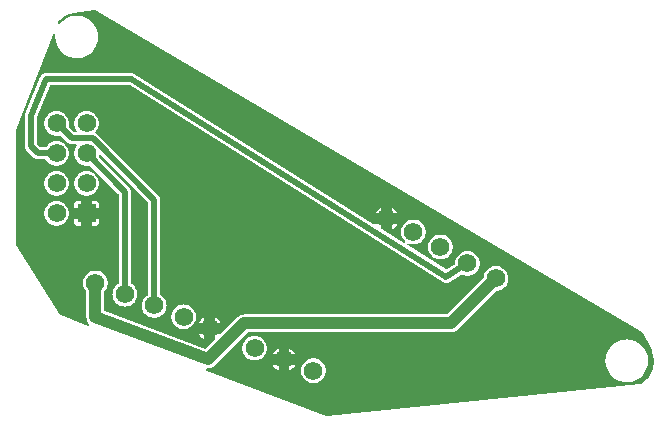
<source format=gbl>
G04 Layer: BottomLayer*
G04 EasyEDA v6.5.3, 2022-04-30 06:46:22*
G04 ee3e3f8623474824adc305f6a8106e34,debd25b7e7f645e7808fdd9718494454,10*
G04 Gerber Generator version 0.2*
G04 Scale: 100 percent, Rotated: No, Reflected: No *
G04 Dimensions in millimeters *
G04 leading zeros omitted , absolute positions ,4 integer and 5 decimal *
%FSLAX45Y45*%
%MOMM*%

%ADD11C,0.5000*%
%ADD12C,1.0000*%
%ADD14C,1.5748*%
%ADD15R,1.5748X1.5748*%

%LPD*%
G36*
X18203214Y3827322D02*
G01*
X18198592Y3827881D01*
X17187316Y4209846D01*
X17183912Y4212031D01*
X17181626Y4215282D01*
X17180763Y4219244D01*
X17181525Y4223207D01*
X17183709Y4226560D01*
X17187062Y4228795D01*
X17191024Y4229557D01*
X17198746Y4229455D01*
X17202607Y4229709D01*
X17210024Y4230725D01*
X17213834Y4231589D01*
X17220946Y4233672D01*
X17224603Y4235094D01*
X17231360Y4238244D01*
X17234763Y4240174D01*
X17240961Y4244289D01*
X17244009Y4246676D01*
X17249648Y4251807D01*
X17529048Y4531207D01*
X17532350Y4533442D01*
X17536261Y4534204D01*
X19255841Y4534255D01*
X19264680Y4535068D01*
X19267119Y4535474D01*
X19275755Y4537608D01*
X19278092Y4538370D01*
X19286321Y4541774D01*
X19288506Y4542891D01*
X19296126Y4547514D01*
X19304965Y4554575D01*
X19634403Y4883962D01*
X19637400Y4886045D01*
X19640905Y4886909D01*
X19647865Y4887366D01*
X19661276Y4890058D01*
X19674230Y4894427D01*
X19686524Y4900472D01*
X19697903Y4908092D01*
X19708164Y4917135D01*
X19717207Y4927396D01*
X19724827Y4938776D01*
X19730872Y4951069D01*
X19735241Y4964023D01*
X19737933Y4977434D01*
X19738848Y4991100D01*
X19737933Y5004765D01*
X19735241Y5018176D01*
X19730872Y5031130D01*
X19724827Y5043424D01*
X19717207Y5054803D01*
X19708164Y5065064D01*
X19697903Y5074107D01*
X19686524Y5081727D01*
X19674230Y5087772D01*
X19661276Y5092141D01*
X19647865Y5094833D01*
X19634200Y5095748D01*
X19620534Y5094833D01*
X19607123Y5092141D01*
X19594169Y5087772D01*
X19581876Y5081727D01*
X19570496Y5074107D01*
X19560235Y5065064D01*
X19551192Y5054803D01*
X19543572Y5043424D01*
X19537527Y5031130D01*
X19533158Y5018176D01*
X19530466Y5004765D01*
X19530009Y4997805D01*
X19529145Y4994300D01*
X19527062Y4991303D01*
X19224752Y4688992D01*
X19221450Y4686757D01*
X19217538Y4685995D01*
X17497958Y4685944D01*
X17489119Y4685131D01*
X17486680Y4684725D01*
X17478044Y4682591D01*
X17475708Y4681829D01*
X17467478Y4678426D01*
X17465294Y4677308D01*
X17457674Y4672685D01*
X17448834Y4665624D01*
X17308982Y4525822D01*
X17305680Y4523638D01*
X17301819Y4522876D01*
X17257064Y4522876D01*
X17257064Y4478121D01*
X17256302Y4474210D01*
X17254067Y4470958D01*
X17181271Y4398111D01*
X17178070Y4395927D01*
X17174311Y4395114D01*
X17170501Y4395774D01*
X16325799Y4711141D01*
X16322344Y4713274D01*
X16320007Y4716627D01*
X16319195Y4720640D01*
X16319195Y4877409D01*
X16319855Y4880965D01*
X16321735Y4884064D01*
X16326307Y4889296D01*
X16333927Y4900676D01*
X16339972Y4912969D01*
X16344341Y4925923D01*
X16347033Y4939334D01*
X16347948Y4953000D01*
X16347033Y4966665D01*
X16344341Y4980076D01*
X16339972Y4993030D01*
X16333927Y5005324D01*
X16326307Y5016703D01*
X16317264Y5026964D01*
X16307003Y5036007D01*
X16295624Y5043627D01*
X16283330Y5049672D01*
X16270376Y5054041D01*
X16256965Y5056733D01*
X16243300Y5057648D01*
X16229634Y5056733D01*
X16216223Y5054041D01*
X16203269Y5049672D01*
X16190976Y5043627D01*
X16179596Y5036007D01*
X16169335Y5026964D01*
X16160292Y5016703D01*
X16152672Y5005324D01*
X16146627Y4993030D01*
X16142258Y4980076D01*
X16139566Y4966665D01*
X16138651Y4953000D01*
X16139566Y4939334D01*
X16142258Y4925923D01*
X16146627Y4912969D01*
X16152672Y4900676D01*
X16160292Y4889296D01*
X16164864Y4884064D01*
X16166744Y4880965D01*
X16167404Y4877409D01*
X16167404Y4660950D01*
X16168471Y4648352D01*
X16171163Y4637328D01*
X16175482Y4626864D01*
X16181324Y4617110D01*
X16189045Y4607915D01*
X16191433Y4604715D01*
X16192398Y4600854D01*
X16191788Y4596892D01*
X16189706Y4593488D01*
X16186505Y4591151D01*
X16182594Y4590237D01*
X16178631Y4590846D01*
X15949269Y4677511D01*
X15946424Y4679137D01*
X15944240Y4681626D01*
X15572282Y5272633D01*
X15571114Y5275275D01*
X15570707Y5278069D01*
X15570707Y6241643D01*
X15571419Y6245301D01*
X15885871Y7054088D01*
X15888157Y7057542D01*
X15891611Y7059828D01*
X15895675Y7060539D01*
X15899688Y7059574D01*
X15902990Y7057085D01*
X15905022Y7053478D01*
X15905429Y7049363D01*
X15904972Y7044588D01*
X15904972Y7025944D01*
X15906851Y7007453D01*
X15910661Y6989216D01*
X15916351Y6971436D01*
X15923818Y6954367D01*
X15932962Y6938162D01*
X15943783Y6923024D01*
X15956076Y6909003D01*
X15969742Y6896353D01*
X15984626Y6885178D01*
X16000577Y6875576D01*
X16017443Y6867702D01*
X16035070Y6861556D01*
X16053206Y6857288D01*
X16071646Y6854901D01*
X16090290Y6854444D01*
X16108832Y6855866D01*
X16127171Y6859219D01*
X16145052Y6864400D01*
X16162324Y6871411D01*
X16178733Y6880199D01*
X16194176Y6890562D01*
X16208501Y6902500D01*
X16221506Y6915861D01*
X16233038Y6930440D01*
X16243046Y6946188D01*
X16251377Y6962851D01*
X16257930Y6980275D01*
X16262705Y6998258D01*
X16265550Y7016648D01*
X16266515Y7035241D01*
X16265550Y7053884D01*
X16262705Y7072274D01*
X16257930Y7090257D01*
X16251377Y7107681D01*
X16243046Y7124344D01*
X16233038Y7140092D01*
X16221506Y7154672D01*
X16208501Y7168032D01*
X16194176Y7179970D01*
X16178733Y7190333D01*
X16162324Y7199122D01*
X16145052Y7206132D01*
X16127171Y7211314D01*
X16108832Y7214666D01*
X16090290Y7216089D01*
X16071646Y7215631D01*
X16053206Y7213244D01*
X16035070Y7208977D01*
X16017443Y7202830D01*
X16000577Y7194956D01*
X15984626Y7185355D01*
X15969742Y7174179D01*
X15956076Y7161530D01*
X15943580Y7147255D01*
X15940532Y7144461D01*
X15936569Y7143089D01*
X15932454Y7143445D01*
X15928746Y7145426D01*
X15926206Y7148677D01*
X15925139Y7152741D01*
X15925850Y7156856D01*
X15929000Y7164933D01*
X15930880Y7168032D01*
X15939922Y7178141D01*
X15953435Y7190689D01*
X15967963Y7201966D01*
X15983508Y7211923D01*
X15999866Y7220407D01*
X16016935Y7227417D01*
X16034562Y7232802D01*
X16052901Y7236714D01*
X16229177Y7266076D01*
X16232733Y7266025D01*
X16236035Y7264806D01*
X20871891Y4534509D01*
X20874126Y4532731D01*
X20875752Y4530445D01*
X20944128Y4400296D01*
X20952968Y4381449D01*
X20959775Y4363008D01*
X20964956Y4344111D01*
X20968512Y4324756D01*
X20970392Y4305198D01*
X20970595Y4285589D01*
X20969122Y4265980D01*
X20965922Y4246575D01*
X20961146Y4227576D01*
X20954695Y4208983D01*
X20946719Y4191050D01*
X20937220Y4173829D01*
X20926298Y4157522D01*
X20914004Y4142232D01*
X20900440Y4128008D01*
X20885708Y4115003D01*
X20869910Y4103319D01*
X20859699Y4097020D01*
X20855381Y4095546D01*
G37*

%LPC*%
G36*
X18088508Y4105249D02*
G01*
X18102122Y4106164D01*
X18115584Y4108805D01*
X18128538Y4113225D01*
X18140781Y4119270D01*
X18152160Y4126890D01*
X18162473Y4135882D01*
X18171515Y4146194D01*
X18179084Y4157573D01*
X18185130Y4169816D01*
X18189549Y4182821D01*
X18192242Y4196232D01*
X18193105Y4209897D01*
X18192242Y4223512D01*
X18189549Y4236974D01*
X18185130Y4249928D01*
X18179084Y4262170D01*
X18171515Y4273550D01*
X18162473Y4283862D01*
X18152160Y4292904D01*
X18140781Y4300474D01*
X18128538Y4306519D01*
X18115584Y4310938D01*
X18102122Y4313631D01*
X18088508Y4314494D01*
X18074843Y4313631D01*
X18061432Y4310938D01*
X18048427Y4306519D01*
X18036184Y4300474D01*
X18024805Y4292904D01*
X18014492Y4283862D01*
X18005501Y4273550D01*
X17997881Y4262170D01*
X17991836Y4249928D01*
X17987416Y4236974D01*
X17984774Y4223512D01*
X17983860Y4209897D01*
X17984774Y4196232D01*
X17987416Y4182821D01*
X17991836Y4169816D01*
X17997881Y4157573D01*
X18005501Y4146194D01*
X18014492Y4135882D01*
X18024805Y4126890D01*
X18036184Y4119270D01*
X18048427Y4113225D01*
X18061432Y4108805D01*
X18074843Y4106164D01*
G37*
G36*
X20746313Y4112260D02*
G01*
X20764855Y4113733D01*
X20783194Y4117035D01*
X20801076Y4122267D01*
X20818348Y4129278D01*
X20834756Y4138015D01*
X20850199Y4148429D01*
X20864525Y4160367D01*
X20877530Y4173677D01*
X20889061Y4188307D01*
X20899069Y4204004D01*
X20907400Y4220667D01*
X20913953Y4238091D01*
X20918728Y4256125D01*
X20921573Y4274515D01*
X20922538Y4293108D01*
X20921573Y4311700D01*
X20918728Y4330090D01*
X20913953Y4348124D01*
X20907400Y4365548D01*
X20899069Y4382211D01*
X20889061Y4397908D01*
X20877530Y4412538D01*
X20864525Y4425848D01*
X20850199Y4437786D01*
X20834756Y4448200D01*
X20818348Y4456938D01*
X20801076Y4463948D01*
X20783194Y4469180D01*
X20764855Y4472482D01*
X20746313Y4473956D01*
X20727670Y4473448D01*
X20709229Y4471060D01*
X20691094Y4466793D01*
X20673466Y4460697D01*
X20656600Y4452772D01*
X20640649Y4443171D01*
X20625765Y4431995D01*
X20612100Y4419346D01*
X20599806Y4405376D01*
X20588986Y4390186D01*
X20579842Y4373981D01*
X20572374Y4356912D01*
X20566684Y4339183D01*
X20562874Y4320946D01*
X20560995Y4302404D01*
X20560995Y4283811D01*
X20562874Y4265269D01*
X20566684Y4247032D01*
X20572374Y4229303D01*
X20579842Y4212234D01*
X20588986Y4196029D01*
X20599806Y4180840D01*
X20612100Y4166870D01*
X20625765Y4154220D01*
X20640649Y4143044D01*
X20656600Y4133443D01*
X20673466Y4125518D01*
X20691094Y4119422D01*
X20709229Y4115155D01*
X20727670Y4112768D01*
G37*
G36*
X17885257Y4211574D02*
G01*
X17891810Y4214825D01*
X17903190Y4222445D01*
X17913502Y4231487D01*
X17922494Y4241749D01*
X17930114Y4253128D01*
X17933365Y4259732D01*
X17885257Y4259732D01*
G37*
G36*
X17793817Y4211574D02*
G01*
X17793817Y4259732D01*
X17745659Y4259732D01*
X17748910Y4253128D01*
X17756530Y4241749D01*
X17765522Y4231487D01*
X17775834Y4222445D01*
X17787213Y4214825D01*
G37*
G36*
X17590516Y4296410D02*
G01*
X17604181Y4297324D01*
X17617592Y4300016D01*
X17630546Y4304385D01*
X17642840Y4310430D01*
X17654219Y4318050D01*
X17664480Y4327093D01*
X17673523Y4337354D01*
X17681143Y4348734D01*
X17687188Y4361027D01*
X17691557Y4373981D01*
X17694249Y4387392D01*
X17695164Y4401058D01*
X17694249Y4414723D01*
X17691557Y4428134D01*
X17687188Y4441088D01*
X17681143Y4453382D01*
X17673523Y4464761D01*
X17664480Y4475022D01*
X17654219Y4484065D01*
X17642840Y4491685D01*
X17630546Y4497730D01*
X17617592Y4502099D01*
X17604181Y4504791D01*
X17590516Y4505706D01*
X17576850Y4504791D01*
X17563439Y4502099D01*
X17550485Y4497730D01*
X17538192Y4491685D01*
X17526812Y4484065D01*
X17516551Y4475022D01*
X17507508Y4464761D01*
X17499888Y4453382D01*
X17493843Y4441088D01*
X17489474Y4428134D01*
X17486782Y4414723D01*
X17485868Y4401058D01*
X17486782Y4387392D01*
X17489474Y4373981D01*
X17493843Y4361027D01*
X17499888Y4348734D01*
X17507508Y4337354D01*
X17516551Y4327093D01*
X17526812Y4318050D01*
X17538192Y4310430D01*
X17550485Y4304385D01*
X17563439Y4300016D01*
X17576850Y4297324D01*
G37*
G36*
X17885257Y4351172D02*
G01*
X17933365Y4351172D01*
X17930114Y4357776D01*
X17922494Y4369155D01*
X17913502Y4379417D01*
X17903190Y4388459D01*
X17891810Y4396079D01*
X17885257Y4399330D01*
G37*
G36*
X17745659Y4351172D02*
G01*
X17793817Y4351172D01*
X17793817Y4399330D01*
X17787213Y4396079D01*
X17775834Y4388459D01*
X17765522Y4379417D01*
X17756530Y4369155D01*
X17748910Y4357776D01*
G37*
G36*
X17165624Y4474718D02*
G01*
X17165624Y4522876D01*
X17117466Y4522876D01*
X17120717Y4516272D01*
X17128337Y4504893D01*
X17137380Y4494580D01*
X17147641Y4485589D01*
X17159020Y4477969D01*
G37*
G36*
X16990263Y4561636D02*
G01*
X17003928Y4562551D01*
X17017339Y4565192D01*
X17030293Y4569612D01*
X17042587Y4575657D01*
X17053966Y4583277D01*
X17064228Y4592269D01*
X17073270Y4602581D01*
X17080890Y4613960D01*
X17086935Y4626203D01*
X17091304Y4639157D01*
X17093996Y4652619D01*
X17094911Y4666234D01*
X17093996Y4679899D01*
X17091304Y4693361D01*
X17086935Y4706315D01*
X17080890Y4718558D01*
X17073270Y4729937D01*
X17064228Y4740249D01*
X17053966Y4749241D01*
X17042587Y4756861D01*
X17030293Y4762906D01*
X17017339Y4767326D01*
X17003928Y4769967D01*
X16990263Y4770882D01*
X16976598Y4769967D01*
X16963186Y4767326D01*
X16950232Y4762906D01*
X16937939Y4756861D01*
X16926560Y4749241D01*
X16916298Y4740249D01*
X16907256Y4729937D01*
X16899636Y4718558D01*
X16893590Y4706315D01*
X16889222Y4693361D01*
X16886529Y4679899D01*
X16885615Y4666234D01*
X16886529Y4652619D01*
X16889222Y4639157D01*
X16893590Y4626203D01*
X16899636Y4613960D01*
X16907256Y4602581D01*
X16916298Y4592269D01*
X16926560Y4583277D01*
X16937939Y4575657D01*
X16950232Y4569612D01*
X16963186Y4565192D01*
X16976598Y4562551D01*
G37*
G36*
X17117466Y4614316D02*
G01*
X17165624Y4614316D01*
X17165624Y4662424D01*
X17159020Y4659172D01*
X17147641Y4651603D01*
X17137380Y4642561D01*
X17128337Y4632248D01*
X17120717Y4620869D01*
G37*
G36*
X17257064Y4614316D02*
G01*
X17305223Y4614316D01*
X17301972Y4620869D01*
X17294352Y4632248D01*
X17285309Y4642561D01*
X17275048Y4651603D01*
X17263668Y4659172D01*
X17257064Y4662424D01*
G37*
G36*
X16741140Y4657090D02*
G01*
X16754805Y4658004D01*
X16768216Y4660696D01*
X16781170Y4665065D01*
X16793464Y4671110D01*
X16804843Y4678730D01*
X16815104Y4687773D01*
X16824147Y4698034D01*
X16831767Y4709414D01*
X16837812Y4721707D01*
X16842181Y4734661D01*
X16844873Y4748072D01*
X16845788Y4761738D01*
X16844873Y4775403D01*
X16842181Y4788814D01*
X16837812Y4801768D01*
X16831767Y4814062D01*
X16824147Y4825441D01*
X16815104Y4835702D01*
X16804843Y4844745D01*
X16796562Y4850282D01*
X16794124Y4852517D01*
X16792600Y4855464D01*
X16792041Y4858715D01*
X16792041Y5655411D01*
X16791838Y5660034D01*
X16791279Y5664454D01*
X16790314Y5668772D01*
X16788993Y5673039D01*
X16787266Y5677154D01*
X16785234Y5681065D01*
X16782846Y5684824D01*
X16780154Y5688330D01*
X16777004Y5691784D01*
X16255492Y6213297D01*
X16252088Y6216396D01*
X16247414Y6219850D01*
X16244671Y6223000D01*
X16243350Y6226962D01*
X16243807Y6231077D01*
X16245840Y6234734D01*
X16251123Y6240729D01*
X16258743Y6252108D01*
X16264788Y6264402D01*
X16269157Y6277356D01*
X16271849Y6290767D01*
X16272763Y6304432D01*
X16271849Y6318097D01*
X16269157Y6331508D01*
X16264788Y6344462D01*
X16258743Y6356756D01*
X16251123Y6368135D01*
X16242080Y6378397D01*
X16231819Y6387439D01*
X16220440Y6395059D01*
X16208146Y6401104D01*
X16195192Y6405473D01*
X16181781Y6408166D01*
X16168116Y6409080D01*
X16154450Y6408166D01*
X16141039Y6405473D01*
X16128085Y6401104D01*
X16115792Y6395059D01*
X16104412Y6387439D01*
X16094151Y6378397D01*
X16085108Y6368135D01*
X16077488Y6356756D01*
X16071443Y6344462D01*
X16067074Y6331508D01*
X16064382Y6318097D01*
X16063468Y6304432D01*
X16064382Y6290767D01*
X16067074Y6277356D01*
X16071443Y6264402D01*
X16077488Y6252108D01*
X16082822Y6244132D01*
X16084397Y6240119D01*
X16084143Y6235750D01*
X16082111Y6231890D01*
X16078657Y6229299D01*
X16074390Y6228334D01*
X16066414Y6228334D01*
X16062502Y6229096D01*
X16059251Y6231331D01*
X16018713Y6271869D01*
X16016782Y6274562D01*
X16015817Y6277711D01*
X16015919Y6281013D01*
X16017849Y6290767D01*
X16018763Y6304432D01*
X16017849Y6318097D01*
X16015157Y6331508D01*
X16010788Y6344462D01*
X16004743Y6356756D01*
X15997123Y6368135D01*
X15988080Y6378397D01*
X15977819Y6387439D01*
X15966440Y6395059D01*
X15954146Y6401104D01*
X15941192Y6405473D01*
X15927781Y6408166D01*
X15914116Y6409080D01*
X15900450Y6408166D01*
X15887039Y6405473D01*
X15874085Y6401104D01*
X15861792Y6395059D01*
X15850412Y6387439D01*
X15840151Y6378397D01*
X15831108Y6368135D01*
X15823488Y6356756D01*
X15817443Y6344462D01*
X15813074Y6331508D01*
X15810382Y6318097D01*
X15809468Y6304432D01*
X15810382Y6290767D01*
X15813074Y6277356D01*
X15817443Y6264402D01*
X15823488Y6252108D01*
X15831108Y6240729D01*
X15840151Y6230467D01*
X15850412Y6221425D01*
X15861792Y6213805D01*
X15874085Y6207760D01*
X15887039Y6203391D01*
X15900450Y6200698D01*
X15914116Y6199784D01*
X15927781Y6200698D01*
X15937534Y6202629D01*
X15940836Y6202730D01*
X15943986Y6201765D01*
X15946678Y6199886D01*
X16004946Y6141618D01*
X16008400Y6138468D01*
X16011906Y6135725D01*
X16015665Y6133338D01*
X16019627Y6131306D01*
X16023691Y6129629D01*
X16027958Y6128258D01*
X16032276Y6127292D01*
X16036696Y6126734D01*
X16041319Y6126530D01*
X16074390Y6126530D01*
X16078657Y6125616D01*
X16082111Y6122974D01*
X16084194Y6119114D01*
X16084448Y6114796D01*
X16082822Y6110732D01*
X16077488Y6102756D01*
X16071443Y6090462D01*
X16067074Y6077508D01*
X16064382Y6064097D01*
X16063468Y6050432D01*
X16064382Y6036767D01*
X16067074Y6023356D01*
X16071443Y6010402D01*
X16077488Y5998108D01*
X16085108Y5986729D01*
X16094151Y5976467D01*
X16104412Y5967425D01*
X16115792Y5959805D01*
X16128085Y5953760D01*
X16141039Y5949391D01*
X16154450Y5946698D01*
X16168116Y5945784D01*
X16181781Y5946698D01*
X16191534Y5948629D01*
X16194836Y5948730D01*
X16197986Y5947765D01*
X16200678Y5945886D01*
X16438321Y5708243D01*
X16440556Y5704941D01*
X16441318Y5701030D01*
X16441318Y4954473D01*
X16440759Y4951222D01*
X16439235Y4948275D01*
X16436797Y4946040D01*
X16428516Y4940503D01*
X16418255Y4931460D01*
X16409212Y4921199D01*
X16401592Y4909820D01*
X16395547Y4897526D01*
X16391178Y4884572D01*
X16388486Y4871161D01*
X16387572Y4857496D01*
X16388486Y4843830D01*
X16391178Y4830419D01*
X16395547Y4817465D01*
X16401592Y4805172D01*
X16409212Y4793792D01*
X16418255Y4783531D01*
X16428516Y4774488D01*
X16439896Y4766868D01*
X16452189Y4760823D01*
X16465143Y4756454D01*
X16478554Y4753762D01*
X16492219Y4752848D01*
X16505885Y4753762D01*
X16519296Y4756454D01*
X16532250Y4760823D01*
X16544544Y4766868D01*
X16555923Y4774488D01*
X16566184Y4783531D01*
X16575227Y4793792D01*
X16582847Y4805172D01*
X16588892Y4817465D01*
X16593261Y4830419D01*
X16595953Y4843830D01*
X16596868Y4857496D01*
X16595953Y4871161D01*
X16593261Y4884572D01*
X16588892Y4897526D01*
X16582847Y4909820D01*
X16575227Y4921199D01*
X16566184Y4931460D01*
X16555923Y4940503D01*
X16547642Y4946040D01*
X16545204Y4948275D01*
X16543680Y4951222D01*
X16543121Y4954473D01*
X16543121Y5726125D01*
X16542918Y5730748D01*
X16542359Y5735167D01*
X16541394Y5739485D01*
X16540073Y5743752D01*
X16538346Y5747867D01*
X16536314Y5751779D01*
X16533926Y5755538D01*
X16531234Y5759043D01*
X16528084Y5762498D01*
X16272713Y6017869D01*
X16270782Y6020562D01*
X16269817Y6023711D01*
X16269919Y6027013D01*
X16270833Y6031585D01*
X16272560Y6035598D01*
X16275812Y6038494D01*
X16279977Y6039764D01*
X16284295Y6039154D01*
X16287953Y6036818D01*
X16687241Y5637530D01*
X16689476Y5634228D01*
X16690238Y5630316D01*
X16690238Y4858715D01*
X16689679Y4855464D01*
X16688155Y4852517D01*
X16685717Y4850282D01*
X16677436Y4844745D01*
X16667175Y4835702D01*
X16658132Y4825441D01*
X16650512Y4814062D01*
X16644467Y4801768D01*
X16640098Y4788814D01*
X16637406Y4775403D01*
X16636492Y4761738D01*
X16637406Y4748072D01*
X16640098Y4734661D01*
X16644467Y4721707D01*
X16650512Y4709414D01*
X16658132Y4698034D01*
X16667175Y4687773D01*
X16677436Y4678730D01*
X16688816Y4671110D01*
X16701109Y4665065D01*
X16714063Y4660696D01*
X16727474Y4658004D01*
G37*
G36*
X19217741Y4953000D02*
G01*
X19222059Y4953355D01*
X19226326Y4954168D01*
X19230695Y4955336D01*
X19234759Y4956860D01*
X19238874Y4958791D01*
X19242786Y4961077D01*
X19338848Y5022850D01*
X19342049Y5024221D01*
X19345554Y5024374D01*
X19348856Y5023408D01*
X19352869Y5021427D01*
X19365823Y5017058D01*
X19379234Y5014366D01*
X19392900Y5013452D01*
X19406565Y5014366D01*
X19419976Y5017058D01*
X19432930Y5021427D01*
X19445224Y5027472D01*
X19456603Y5035092D01*
X19466864Y5044135D01*
X19475907Y5054396D01*
X19483527Y5065776D01*
X19489572Y5078069D01*
X19493941Y5091023D01*
X19496633Y5104434D01*
X19497548Y5118100D01*
X19496633Y5131765D01*
X19493941Y5145176D01*
X19489572Y5158130D01*
X19483527Y5170424D01*
X19475907Y5181803D01*
X19466864Y5192064D01*
X19456603Y5201107D01*
X19445224Y5208727D01*
X19432930Y5214772D01*
X19419976Y5219141D01*
X19406565Y5221833D01*
X19392900Y5222748D01*
X19379234Y5221833D01*
X19365823Y5219141D01*
X19352869Y5214772D01*
X19340576Y5208727D01*
X19329196Y5201107D01*
X19318935Y5192064D01*
X19309892Y5181803D01*
X19302272Y5170424D01*
X19296227Y5158130D01*
X19291858Y5145176D01*
X19289166Y5131765D01*
X19288302Y5117592D01*
X19287896Y5114036D01*
X19286270Y5110835D01*
X19283680Y5108397D01*
X19220230Y5067604D01*
X19216674Y5066182D01*
X19212864Y5066182D01*
X19209308Y5067554D01*
X18887897Y5269636D01*
X18884849Y5272532D01*
X18883274Y5276392D01*
X18883426Y5280609D01*
X18885204Y5284368D01*
X18888354Y5287111D01*
X18892367Y5288330D01*
X18896533Y5287822D01*
X18908623Y5283758D01*
X18922034Y5281066D01*
X18935700Y5280152D01*
X18949365Y5281066D01*
X18962776Y5283758D01*
X18975730Y5288127D01*
X18988024Y5294172D01*
X18999403Y5301792D01*
X19009664Y5310835D01*
X19018707Y5321096D01*
X19026327Y5332476D01*
X19032372Y5344769D01*
X19036741Y5357723D01*
X19039433Y5371134D01*
X19040348Y5384800D01*
X19039433Y5398465D01*
X19036741Y5411876D01*
X19032372Y5424830D01*
X19026327Y5437124D01*
X19018707Y5448503D01*
X19009664Y5458764D01*
X18999403Y5467807D01*
X18988024Y5475427D01*
X18975730Y5481472D01*
X18962776Y5485841D01*
X18949365Y5488533D01*
X18935700Y5489448D01*
X18922034Y5488533D01*
X18908623Y5485841D01*
X18895669Y5481472D01*
X18883376Y5475427D01*
X18871996Y5467807D01*
X18861735Y5458764D01*
X18852692Y5448503D01*
X18845072Y5437124D01*
X18839027Y5424830D01*
X18834658Y5411876D01*
X18831966Y5398465D01*
X18831052Y5384800D01*
X18831966Y5371134D01*
X18834658Y5357723D01*
X18839027Y5344769D01*
X18845072Y5332476D01*
X18852692Y5321096D01*
X18861735Y5310835D01*
X18865392Y5307584D01*
X18867932Y5304129D01*
X18868847Y5299964D01*
X18867932Y5295747D01*
X18865392Y5292293D01*
X18861633Y5290210D01*
X18857315Y5289905D01*
X18853302Y5291378D01*
X18666155Y5408980D01*
X18663615Y5411266D01*
X18661938Y5414264D01*
X18661380Y5417616D01*
X18661380Y5453380D01*
X18598438Y5453380D01*
X18595644Y5453786D01*
X18593054Y5454954D01*
X16573855Y6724091D01*
X16565473Y6728002D01*
X16556939Y6730288D01*
X16547642Y6731101D01*
X15824657Y6731101D01*
X15815360Y6730288D01*
X15806826Y6728002D01*
X15798749Y6724243D01*
X15791484Y6719163D01*
X15785236Y6712915D01*
X15780105Y6705549D01*
X15776803Y6698792D01*
X15649956Y6381699D01*
X15647111Y6371539D01*
X15646298Y6362242D01*
X15646298Y6108903D01*
X15646501Y6104280D01*
X15647060Y6099860D01*
X15648025Y6095542D01*
X15649346Y6091275D01*
X15651073Y6087211D01*
X15653105Y6083249D01*
X15655493Y6079490D01*
X15658185Y6075984D01*
X15661335Y6072530D01*
X15719196Y6014669D01*
X15722650Y6011519D01*
X15726156Y6008827D01*
X15729915Y6006439D01*
X15733877Y6004407D01*
X15737941Y6002680D01*
X15742208Y6001359D01*
X15746526Y6000394D01*
X15750946Y5999835D01*
X15755569Y5999632D01*
X15817088Y5999632D01*
X15820339Y5999073D01*
X15823234Y5997549D01*
X15825520Y5995111D01*
X15831108Y5986729D01*
X15840151Y5976467D01*
X15850412Y5967425D01*
X15861792Y5959805D01*
X15874085Y5953760D01*
X15887039Y5949391D01*
X15900450Y5946698D01*
X15914116Y5945784D01*
X15927781Y5946698D01*
X15941192Y5949391D01*
X15954146Y5953760D01*
X15966440Y5959805D01*
X15977819Y5967425D01*
X15988080Y5976467D01*
X15997123Y5986729D01*
X16004743Y5998108D01*
X16010788Y6010402D01*
X16015157Y6023356D01*
X16017849Y6036767D01*
X16018763Y6050432D01*
X16017849Y6064097D01*
X16015157Y6077508D01*
X16010788Y6090462D01*
X16004743Y6102756D01*
X15997123Y6114135D01*
X15988080Y6124397D01*
X15977819Y6133439D01*
X15966440Y6141059D01*
X15954146Y6147104D01*
X15941192Y6151473D01*
X15927781Y6154166D01*
X15914116Y6155080D01*
X15900450Y6154166D01*
X15887039Y6151473D01*
X15874085Y6147104D01*
X15861792Y6141059D01*
X15850412Y6133439D01*
X15840151Y6124397D01*
X15831108Y6114135D01*
X15825673Y6105956D01*
X15823387Y6103518D01*
X15820491Y6101994D01*
X15817189Y6101435D01*
X15780664Y6101435D01*
X15776752Y6102197D01*
X15773501Y6104432D01*
X15751098Y6126835D01*
X15748863Y6130086D01*
X15748101Y6133998D01*
X15748101Y6350914D01*
X15748812Y6354724D01*
X15856102Y6622897D01*
X15858286Y6626250D01*
X15861639Y6628485D01*
X15865551Y6629298D01*
X16530523Y6629298D01*
X16533317Y6628892D01*
X16535907Y6627723D01*
X19187820Y4960823D01*
X19191782Y4958537D01*
X19195897Y4956657D01*
X19199961Y4955184D01*
X19204381Y4954016D01*
X19208445Y4953355D01*
G37*
G36*
X19164300Y5153152D02*
G01*
X19177965Y5154066D01*
X19191376Y5156758D01*
X19204330Y5161127D01*
X19216624Y5167172D01*
X19228003Y5174792D01*
X19238264Y5183835D01*
X19247307Y5194096D01*
X19254927Y5205476D01*
X19260972Y5217769D01*
X19265341Y5230723D01*
X19268033Y5244134D01*
X19268948Y5257800D01*
X19268033Y5271465D01*
X19265341Y5284876D01*
X19260972Y5297830D01*
X19254927Y5310124D01*
X19247307Y5321503D01*
X19238264Y5331764D01*
X19228003Y5340807D01*
X19216624Y5348427D01*
X19204330Y5354472D01*
X19191376Y5358841D01*
X19177965Y5361533D01*
X19164300Y5362448D01*
X19150634Y5361533D01*
X19137223Y5358841D01*
X19124269Y5354472D01*
X19111976Y5348427D01*
X19100596Y5340807D01*
X19090335Y5331764D01*
X19081292Y5321503D01*
X19073672Y5310124D01*
X19067627Y5297830D01*
X19063258Y5284876D01*
X19060566Y5271465D01*
X19059652Y5257800D01*
X19060566Y5244134D01*
X19063258Y5230723D01*
X19067627Y5217769D01*
X19073672Y5205476D01*
X19081292Y5194096D01*
X19090335Y5183835D01*
X19100596Y5174792D01*
X19111976Y5167172D01*
X19124269Y5161127D01*
X19137223Y5156758D01*
X19150634Y5154066D01*
G37*
G36*
X18752820Y5405221D02*
G01*
X18759424Y5408472D01*
X18770803Y5416092D01*
X18781064Y5425135D01*
X18790107Y5435396D01*
X18797727Y5446776D01*
X18800978Y5453380D01*
X18752820Y5453380D01*
G37*
G36*
X16089934Y5437784D02*
G01*
X16122396Y5437784D01*
X16122396Y5496712D01*
X16063468Y5496712D01*
X16063468Y5464251D01*
X16064179Y5457952D01*
X16066109Y5452465D01*
X16069157Y5447588D01*
X16073272Y5443474D01*
X16078149Y5440426D01*
X16083635Y5438495D01*
G37*
G36*
X16213836Y5437784D02*
G01*
X16246297Y5437784D01*
X16252596Y5438495D01*
X16258082Y5440426D01*
X16262959Y5443474D01*
X16267074Y5447588D01*
X16270122Y5452465D01*
X16272052Y5457952D01*
X16272763Y5464251D01*
X16272763Y5496712D01*
X16213836Y5496712D01*
G37*
G36*
X15914116Y5437784D02*
G01*
X15927781Y5438698D01*
X15941192Y5441391D01*
X15954146Y5445760D01*
X15966440Y5451805D01*
X15977819Y5459425D01*
X15988080Y5468467D01*
X15997123Y5478729D01*
X16004743Y5490108D01*
X16010788Y5502402D01*
X16015157Y5515356D01*
X16017849Y5528767D01*
X16018763Y5542432D01*
X16017849Y5556097D01*
X16015157Y5569508D01*
X16010788Y5582462D01*
X16004743Y5594756D01*
X15997123Y5606135D01*
X15988080Y5616397D01*
X15977819Y5625439D01*
X15966440Y5633059D01*
X15954146Y5639104D01*
X15941192Y5643473D01*
X15927781Y5646166D01*
X15914116Y5647080D01*
X15900450Y5646166D01*
X15887039Y5643473D01*
X15874085Y5639104D01*
X15861792Y5633059D01*
X15850412Y5625439D01*
X15840151Y5616397D01*
X15831108Y5606135D01*
X15823488Y5594756D01*
X15817443Y5582462D01*
X15813074Y5569508D01*
X15810382Y5556097D01*
X15809468Y5542432D01*
X15810382Y5528767D01*
X15813074Y5515356D01*
X15817443Y5502402D01*
X15823488Y5490108D01*
X15831108Y5478729D01*
X15840151Y5468467D01*
X15850412Y5459425D01*
X15861792Y5451805D01*
X15874085Y5445760D01*
X15887039Y5441391D01*
X15900450Y5438698D01*
G37*
G36*
X18752820Y5544820D02*
G01*
X18800978Y5544820D01*
X18797727Y5551424D01*
X18790107Y5562803D01*
X18781064Y5573064D01*
X18770803Y5582107D01*
X18759424Y5589727D01*
X18752820Y5592978D01*
G37*
G36*
X18613221Y5544820D02*
G01*
X18661380Y5544820D01*
X18661380Y5592978D01*
X18654776Y5589727D01*
X18643396Y5582107D01*
X18633135Y5573064D01*
X18624092Y5562803D01*
X18616472Y5551424D01*
G37*
G36*
X16213836Y5588152D02*
G01*
X16272763Y5588152D01*
X16272763Y5620613D01*
X16272052Y5626912D01*
X16270122Y5632399D01*
X16267074Y5637276D01*
X16262959Y5641390D01*
X16258082Y5644438D01*
X16252596Y5646369D01*
X16246297Y5647080D01*
X16213836Y5647080D01*
G37*
G36*
X16063468Y5588152D02*
G01*
X16122396Y5588152D01*
X16122396Y5647080D01*
X16089934Y5647080D01*
X16083635Y5646369D01*
X16078149Y5644438D01*
X16073272Y5641390D01*
X16069157Y5637276D01*
X16066109Y5632399D01*
X16064179Y5626912D01*
X16063468Y5620613D01*
G37*
G36*
X15914116Y5691784D02*
G01*
X15927781Y5692698D01*
X15941192Y5695391D01*
X15954146Y5699760D01*
X15966440Y5705805D01*
X15977819Y5713425D01*
X15988080Y5722467D01*
X15997123Y5732729D01*
X16004743Y5744108D01*
X16010788Y5756402D01*
X16015157Y5769356D01*
X16017849Y5782767D01*
X16018763Y5796432D01*
X16017849Y5810097D01*
X16015157Y5823508D01*
X16010788Y5836462D01*
X16004743Y5848756D01*
X15997123Y5860135D01*
X15988080Y5870397D01*
X15977819Y5879439D01*
X15966440Y5887059D01*
X15954146Y5893104D01*
X15941192Y5897473D01*
X15927781Y5900166D01*
X15914116Y5901080D01*
X15900450Y5900166D01*
X15887039Y5897473D01*
X15874085Y5893104D01*
X15861792Y5887059D01*
X15850412Y5879439D01*
X15840151Y5870397D01*
X15831108Y5860135D01*
X15823488Y5848756D01*
X15817443Y5836462D01*
X15813074Y5823508D01*
X15810382Y5810097D01*
X15809468Y5796432D01*
X15810382Y5782767D01*
X15813074Y5769356D01*
X15817443Y5756402D01*
X15823488Y5744108D01*
X15831108Y5732729D01*
X15840151Y5722467D01*
X15850412Y5713425D01*
X15861792Y5705805D01*
X15874085Y5699760D01*
X15887039Y5695391D01*
X15900450Y5692698D01*
G37*
G36*
X16168116Y5691784D02*
G01*
X16181781Y5692698D01*
X16195192Y5695391D01*
X16208146Y5699760D01*
X16220440Y5705805D01*
X16231819Y5713425D01*
X16242080Y5722467D01*
X16251123Y5732729D01*
X16258743Y5744108D01*
X16264788Y5756402D01*
X16269157Y5769356D01*
X16271849Y5782767D01*
X16272763Y5796432D01*
X16271849Y5810097D01*
X16269157Y5823508D01*
X16264788Y5836462D01*
X16258743Y5848756D01*
X16251123Y5860135D01*
X16242080Y5870397D01*
X16231819Y5879439D01*
X16220440Y5887059D01*
X16208146Y5893104D01*
X16195192Y5897473D01*
X16181781Y5900166D01*
X16168116Y5901080D01*
X16154450Y5900166D01*
X16141039Y5897473D01*
X16128085Y5893104D01*
X16115792Y5887059D01*
X16104412Y5879439D01*
X16094151Y5870397D01*
X16085108Y5860135D01*
X16077488Y5848756D01*
X16071443Y5836462D01*
X16067074Y5823508D01*
X16064382Y5810097D01*
X16063468Y5796432D01*
X16064382Y5782767D01*
X16067074Y5769356D01*
X16071443Y5756402D01*
X16077488Y5744108D01*
X16085108Y5732729D01*
X16094151Y5722467D01*
X16104412Y5713425D01*
X16115792Y5705805D01*
X16128085Y5699760D01*
X16141039Y5695391D01*
X16154450Y5692698D01*
G37*

%LPD*%
D12*
X19634200Y4991100D02*
G01*
X19253200Y4610100D01*
X17500600Y4610100D01*
X17195800Y4305300D01*
X16243300Y4660900D01*
X16243300Y4953000D01*
D11*
X19392900Y5118100D02*
G01*
X19215100Y5003800D01*
X16548100Y6680200D01*
X15824200Y6680200D01*
X15697200Y6362700D01*
X15697200Y6108700D01*
X15755366Y6050534D01*
X15914116Y6050534D01*
X15914116Y6304437D02*
G01*
X16041116Y6177437D01*
X16219322Y6177437D01*
X16741140Y5655619D01*
X16741140Y4761743D01*
X16168116Y6050437D02*
G01*
X16492220Y5726333D01*
X16492220Y4857501D01*
D14*
G01*
X15914116Y6304432D03*
D15*
G01*
X16168116Y5542432D03*
D14*
G01*
X15914116Y5542432D03*
G01*
X16168116Y5796432D03*
G01*
X15914116Y5796432D03*
G01*
X16168116Y6050432D03*
G01*
X15914116Y6050432D03*
G01*
X16168116Y6304432D03*
G01*
X16243300Y4953000D03*
G01*
X16492220Y4857495D03*
G01*
X16741140Y4761737D03*
G01*
X16990263Y4666259D03*
G01*
X17590516Y4401057D03*
G01*
X17839512Y4305452D03*
G01*
X18088483Y4209872D03*
G01*
X19634200Y4991100D03*
G01*
X19392900Y5118100D03*
G01*
X19164300Y5257800D03*
G01*
X18935700Y5384800D03*
G01*
X17211344Y4568570D03*
G01*
X18707100Y5499100D03*
M02*

</source>
